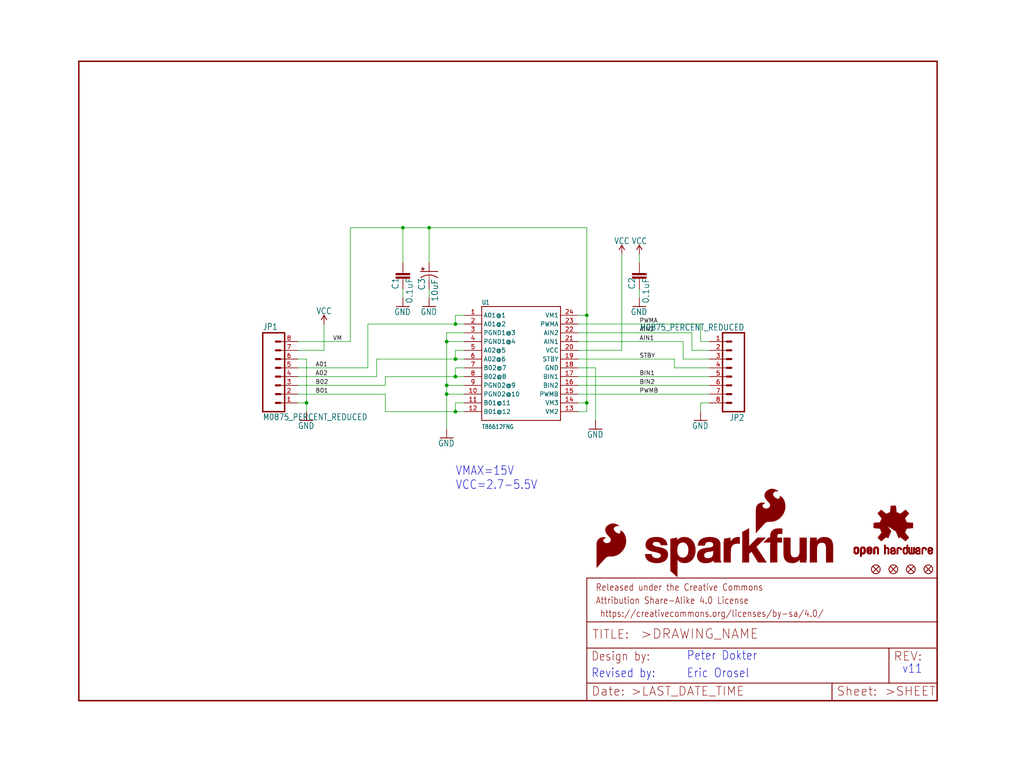
<source format=kicad_sch>
(kicad_sch (version 20211123) (generator eeschema)
  (paper "User" 297.002 223.926)
  (lib_symbols
    (symbol "schematicEagle-eagle-import:0.1UF-0402-16V-10%"
      (property "Reference" "C" (at 1.524 2.921 0))
      (property "Value" "0.1UF-0402-16V-10%" (at 1.524 -2.159 0))
      (symbol "0.1UF-0402-16V-10%_1_0"
        (pin passive line (at 0 5.08 270) (length 2.54) (name "1") (number "1"))
        (pin passive line (at 0 -2.54 90) (length 2.54) (name "2") (number "2"))
      )
    )
    (symbol "schematicEagle-eagle-import:10UF-POLAR-EIA3528-20V-10%(TANT)"
      (property "Reference" "C" (at 1.016 0.635 0))
      (property "Value" "10UF-POLAR-EIA3528-20V-10%(TANT)" (at 1.016 -4.191 0))
      (symbol "10UF-POLAR-EIA3528-20V-10%(TANT)_1_0"
        (pin passive line (at 0 2.54 270) (length 2.54) (name "+") (number "A"))
        (pin passive line (at 0 -5.08 90) (length 2.54) (name "-") (number "C"))
      )
    )
    (symbol "schematicEagle-eagle-import:FIDUCIALUFIDUCIAL")
    (symbol "schematicEagle-eagle-import:FRAME-LETTER"
      (symbol "FRAME-LETTER_2_0"
        (text " https://creativecommons.org/licenses/by-sa/4.0/" (at 2.54 24.13 0) (effects (font (size 1.9304 1.6408)) (justify left bottom)))
        (text ">DRAWING_NAME" (at 15.494 17.78 0) (effects (font (size 2.7432 2.7432)) (justify left bottom)))
        (text ">LAST_DATE_TIME" (at 12.7 1.27 0) (effects (font (size 2.54 2.54)) (justify left bottom)))
        (text ">SHEET" (at 86.36 1.27 0) (effects (font (size 2.54 2.54)) (justify left bottom)))
        (text "Attribution Share-Alike 4.0 License" (at 2.54 27.94 0) (effects (font (size 1.9304 1.6408)) (justify left bottom)))
        (text "Date:" (at 1.27 1.27 0) (effects (font (size 2.54 2.54)) (justify left bottom)))
        (text "Design by:" (at 1.27 11.43 0) (effects (font (size 2.54 2.159)) (justify left bottom)))
        (text "Released under the Creative Commons" (at 2.54 31.75 0) (effects (font (size 1.9304 1.6408)) (justify left bottom)))
        (text "REV:" (at 88.9 11.43 0) (effects (font (size 2.54 2.54)) (justify left bottom)))
        (text "Sheet:" (at 72.39 1.27 0) (effects (font (size 2.54 2.54)) (justify left bottom)))
        (text "TITLE:" (at 1.524 17.78 0) (effects (font (size 2.54 2.54)) (justify left bottom)))
      )
    )
    (symbol "schematicEagle-eagle-import:GND" (power)
      (property "Value" "GND" (at -2.54 -2.54 0))
      (symbol "GND_1_0"
        (pin power_in line (at 0 2.54 270) (length 2.54) (name "GND") (number "1"))
      )
    )
    (symbol "schematicEagle-eagle-import:M0875_PERCENT_REDUCED"
      (property "Reference" "JP" (at -5.08 13.462 0))
      (property "Value" "M0875_PERCENT_REDUCED" (at -5.08 -12.7 0))
      (symbol "M0875_PERCENT_REDUCED_1_0"
        (pin passive line (at 5.08 -7.62 180) (length 5.08) (name "1") (number "1"))
        (pin passive line (at 5.08 -5.08 180) (length 5.08) (name "2") (number "2"))
        (pin passive line (at 5.08 -2.54 180) (length 5.08) (name "3") (number "3"))
        (pin passive line (at 5.08 0 180) (length 5.08) (name "4") (number "4"))
        (pin passive line (at 5.08 2.54 180) (length 5.08) (name "5") (number "5"))
        (pin passive line (at 5.08 5.08 180) (length 5.08) (name "6") (number "6"))
        (pin passive line (at 5.08 7.62 180) (length 5.08) (name "7") (number "7"))
        (pin passive line (at 5.08 10.16 180) (length 5.08) (name "8") (number "8"))
      )
    )
    (symbol "schematicEagle-eagle-import:OSHW-LOGOS")
    (symbol "schematicEagle-eagle-import:SFE_LOGO_FLAME.1_INCH")
    (symbol "schematicEagle-eagle-import:SFE_LOGO_NAME_FLAME.1_INCH")
    (symbol "schematicEagle-eagle-import:TB6612FNG"
      (property "Value" "TB6612FNG" (at -12.7 -20.32 0))
      (symbol "TB6612FNG_1_0"
        (pin bidirectional line (at -17.78 12.7 0) (length 5.08) (name "A01@1") (number "1"))
        (pin bidirectional line (at -17.78 -10.16 0) (length 5.08) (name "PGND2@10") (number "10"))
        (pin bidirectional line (at -17.78 -12.7 0) (length 5.08) (name "B01@11") (number "11"))
        (pin bidirectional line (at -17.78 -15.24 0) (length 5.08) (name "B01@12") (number "12"))
        (pin bidirectional line (at 15.24 -15.24 180) (length 5.08) (name "VM2") (number "13"))
        (pin bidirectional line (at 15.24 -12.7 180) (length 5.08) (name "VM3") (number "14"))
        (pin bidirectional line (at 15.24 -10.16 180) (length 5.08) (name "PWMB") (number "15"))
        (pin bidirectional line (at 15.24 -7.62 180) (length 5.08) (name "BIN2") (number "16"))
        (pin bidirectional line (at 15.24 -5.08 180) (length 5.08) (name "BIN1") (number "17"))
        (pin bidirectional line (at 15.24 -2.54 180) (length 5.08) (name "GND") (number "18"))
        (pin bidirectional line (at 15.24 0 180) (length 5.08) (name "STBY") (number "19"))
        (pin bidirectional line (at -17.78 10.16 0) (length 5.08) (name "A01@2") (number "2"))
        (pin bidirectional line (at 15.24 2.54 180) (length 5.08) (name "VCC") (number "20"))
        (pin bidirectional line (at 15.24 5.08 180) (length 5.08) (name "AIN1") (number "21"))
        (pin bidirectional line (at 15.24 7.62 180) (length 5.08) (name "AIN2") (number "22"))
        (pin bidirectional line (at 15.24 10.16 180) (length 5.08) (name "PWMA") (number "23"))
        (pin bidirectional line (at 15.24 12.7 180) (length 5.08) (name "VM1") (number "24"))
        (pin bidirectional line (at -17.78 7.62 0) (length 5.08) (name "PGND1@3") (number "3"))
        (pin bidirectional line (at -17.78 5.08 0) (length 5.08) (name "PGND1@4") (number "4"))
        (pin bidirectional line (at -17.78 2.54 0) (length 5.08) (name "A02@5") (number "5"))
        (pin bidirectional line (at -17.78 0 0) (length 5.08) (name "A02@6") (number "6"))
        (pin bidirectional line (at -17.78 -2.54 0) (length 5.08) (name "B02@7") (number "7"))
        (pin bidirectional line (at -17.78 -5.08 0) (length 5.08) (name "B02@8") (number "8"))
        (pin bidirectional line (at -17.78 -7.62 0) (length 5.08) (name "PGND2@9") (number "9"))
      )
    )
    (symbol "schematicEagle-eagle-import:VCC" (power)
      (property "Value" "VCC" (at 0 2.794 0))
      (symbol "VCC_1_0"
        (pin power_in line (at 0 0 90) (length 2.54) (name "VCC") (number "1"))
      )
    )
  )
  (junction (at 116.84 66.04))
  (junction (at 132.08 109.22))
  (junction (at 88.9 116.84))
  (junction (at 132.08 119.38))
  (junction (at 124.46 66.04))
  (junction (at 129.54 114.3))
  (junction (at 129.54 111.76))
  (junction (at 170.18 91.44))
  (junction (at 132.08 93.98))
  (junction (at 132.08 104.14))
  (junction (at 170.18 116.84))
  (junction (at 129.54 99.06))
  (wire (pts (xy 134.62 116.84) (xy 132.08 116.84)))
  (wire (pts (xy 101.6 66.04) (xy 101.6 99.06)))
  (wire (pts (xy 116.84 86.36) (xy 116.84 83.82)))
  (wire (pts (xy 134.62 111.76) (xy 129.54 111.76)))
  (wire (pts (xy 167.64 116.84) (xy 170.18 116.84)))
  (wire (pts (xy 111.76 114.3) (xy 111.76 119.38)))
  (wire (pts (xy 167.64 114.3) (xy 205.74 114.3)))
  (wire (pts (xy 195.58 104.14) (xy 195.58 106.68)))
  (wire (pts (xy 167.64 104.14) (xy 195.58 104.14)))
  (wire (pts (xy 167.64 91.44) (xy 170.18 91.44)))
  (wire (pts (xy 170.18 116.84) (xy 170.18 91.44)))
  (wire (pts (xy 111.76 109.22) (xy 111.76 111.76)))
  (wire (pts (xy 106.68 93.98) (xy 106.68 106.68)))
  (wire (pts (xy 200.66 101.6) (xy 205.74 101.6)))
  (wire (pts (xy 86.36 114.3) (xy 111.76 114.3)))
  (wire (pts (xy 167.64 93.98) (xy 203.2 93.98)))
  (wire (pts (xy 86.36 104.14) (xy 88.9 104.14)))
  (wire (pts (xy 134.62 109.22) (xy 132.08 109.22)))
  (wire (pts (xy 203.2 116.84) (xy 203.2 119.38)))
  (wire (pts (xy 88.9 104.14) (xy 88.9 116.84)))
  (wire (pts (xy 134.62 101.6) (xy 132.08 101.6)))
  (wire (pts (xy 170.18 66.04) (xy 124.46 66.04)))
  (wire (pts (xy 129.54 111.76) (xy 129.54 114.3)))
  (wire (pts (xy 167.64 96.52) (xy 200.66 96.52)))
  (wire (pts (xy 132.08 104.14) (xy 109.22 104.14)))
  (wire (pts (xy 88.9 116.84) (xy 88.9 119.38)))
  (wire (pts (xy 134.62 104.14) (xy 132.08 104.14)))
  (wire (pts (xy 134.62 114.3) (xy 129.54 114.3)))
  (wire (pts (xy 132.08 101.6) (xy 132.08 104.14)))
  (wire (pts (xy 93.98 101.6) (xy 93.98 93.98)))
  (wire (pts (xy 116.84 66.04) (xy 101.6 66.04)))
  (wire (pts (xy 106.68 106.68) (xy 86.36 106.68)))
  (wire (pts (xy 129.54 96.52) (xy 129.54 99.06)))
  (wire (pts (xy 167.64 111.76) (xy 205.74 111.76)))
  (wire (pts (xy 134.62 99.06) (xy 129.54 99.06)))
  (wire (pts (xy 109.22 104.14) (xy 109.22 109.22)))
  (wire (pts (xy 205.74 116.84) (xy 203.2 116.84)))
  (wire (pts (xy 172.72 106.68) (xy 172.72 121.92)))
  (wire (pts (xy 170.18 91.44) (xy 170.18 66.04)))
  (wire (pts (xy 200.66 96.52) (xy 200.66 101.6)))
  (wire (pts (xy 134.62 93.98) (xy 132.08 93.98)))
  (wire (pts (xy 111.76 111.76) (xy 86.36 111.76)))
  (wire (pts (xy 185.42 86.36) (xy 185.42 83.82)))
  (wire (pts (xy 180.34 101.6) (xy 180.34 73.66)))
  (wire (pts (xy 132.08 91.44) (xy 132.08 93.98)))
  (wire (pts (xy 86.36 116.84) (xy 88.9 116.84)))
  (wire (pts (xy 116.84 76.2) (xy 116.84 66.04)))
  (wire (pts (xy 167.64 119.38) (xy 170.18 119.38)))
  (wire (pts (xy 86.36 99.06) (xy 101.6 99.06)))
  (wire (pts (xy 195.58 106.68) (xy 205.74 106.68)))
  (wire (pts (xy 134.62 96.52) (xy 129.54 96.52)))
  (wire (pts (xy 170.18 119.38) (xy 170.18 116.84)))
  (wire (pts (xy 129.54 114.3) (xy 129.54 124.46)))
  (wire (pts (xy 124.46 76.2) (xy 124.46 66.04)))
  (wire (pts (xy 132.08 109.22) (xy 111.76 109.22)))
  (wire (pts (xy 134.62 106.68) (xy 132.08 106.68)))
  (wire (pts (xy 124.46 66.04) (xy 116.84 66.04)))
  (wire (pts (xy 167.64 101.6) (xy 180.34 101.6)))
  (wire (pts (xy 129.54 99.06) (xy 129.54 111.76)))
  (wire (pts (xy 132.08 119.38) (xy 111.76 119.38)))
  (wire (pts (xy 86.36 101.6) (xy 93.98 101.6)))
  (wire (pts (xy 134.62 119.38) (xy 132.08 119.38)))
  (wire (pts (xy 198.12 99.06) (xy 198.12 104.14)))
  (wire (pts (xy 109.22 109.22) (xy 86.36 109.22)))
  (wire (pts (xy 167.64 109.22) (xy 205.74 109.22)))
  (wire (pts (xy 198.12 104.14) (xy 205.74 104.14)))
  (wire (pts (xy 132.08 93.98) (xy 106.68 93.98)))
  (wire (pts (xy 132.08 116.84) (xy 132.08 119.38)))
  (wire (pts (xy 132.08 106.68) (xy 132.08 109.22)))
  (wire (pts (xy 203.2 93.98) (xy 203.2 99.06)))
  (wire (pts (xy 134.62 91.44) (xy 132.08 91.44)))
  (wire (pts (xy 203.2 99.06) (xy 205.74 99.06)))
  (wire (pts (xy 124.46 83.82) (xy 124.46 86.36)))
  (wire (pts (xy 185.42 76.2) (xy 185.42 73.66)))
  (wire (pts (xy 167.64 106.68) (xy 172.72 106.68)))
  (wire (pts (xy 167.64 99.06) (xy 198.12 99.06)))
  (text "VMAX=15V\nVCC=2.7-5.5V" (at 132.08 142.24 180) (effects (font (size 2.54 2.159)) (justify left bottom)))
  (text "Eric Orosel" (at 199.136 196.85 180) (effects (font (size 2.54 2.159)) (justify left bottom)))
  (text "Revised by:" (at 171.45 196.85 180) (effects (font (size 2.54 2.159)) (justify left bottom)))
  (text "Peter Dokter" (at 199.136 191.77 180) (effects (font (size 2.54 2.159)) (justify left bottom)))
  (text "v11" (at 261.62 195.58 180) (effects (font (size 2.54 2.159)) (justify left bottom)))
  (label "AIN1" (at 185.42 99.06 0) (effects (font (size 1.2446 1.2446))))
  (label "PWMB" (at 185.42 114.3 0) (effects (font (size 1.2446 1.2446))))
  (label "B02" (at 91.44 111.76 0) (effects (font (size 1.2446 1.2446))))
  (label "STBY" (at 185.42 104.14 0) (effects (font (size 1.2446 1.2446))))
  (label "AIN2" (at 185.42 96.52 0) (effects (font (size 1.2446 1.2446))))
  (label "BIN1" (at 185.42 109.22 0) (effects (font (size 1.2446 1.2446))))
  (label "B01" (at 91.44 114.3 0) (effects (font (size 1.2446 1.2446))))
  (label "A01" (at 91.44 106.68 0) (effects (font (size 1.2446 1.2446))))
  (label "PWMA" (at 185.42 93.98 0) (effects (font (size 1.2446 1.2446))))
  (label "BIN2" (at 185.42 111.76 0) (effects (font (size 1.2446 1.2446))))
  (label "A02" (at 91.44 109.22 0) (effects (font (size 1.2446 1.2446))))
  (label "VM" (at 96.52 99.06 0) (effects (font (size 1.2446 1.2446))))
  (symbol (lib_id "schematicEagle-eagle-import:FIDUCIALUFIDUCIAL") (at 254 165.1 90) (unit 1)
    (property "Reference" "FD4" (effects hide))
    (property "Value" "FIDUCIALUFIDUCIAL" (effects hide))
    (property "Footprint" "schematicEagle:FIDUCIAL-MICRO" (effects hide))
  )
  (symbol (lib_id "schematicEagle-eagle-import:SFE_LOGO_NAME_FLAME.1_INCH") (at 186.436 167.64 0) (unit 1)
    (property "Reference" "LOGO4" (effects hide))
    (property "Value" "SFE_LOGO_NAME_FLAME.1_INCH" (effects hide))
    (property "Footprint" "schematicEagle:SFE_LOGO_NAME_FLAME_.1" (effects hide))
  )
  (symbol (lib_id "schematicEagle-eagle-import:OSHW-LOGOS") (at 259.08 152.4 0) (unit 1)
    (property "Reference" "LOGO2" (effects hide))
    (property "Value" "OSHW-LOGOS" (effects hide))
    (property "Footprint" "schematicEagle:OSHW-LOGO-S" (effects hide))
  )
  (symbol (lib_id "schematicEagle-eagle-import:FRAME-LETTER") (at 170.18 203.2 0) (unit 2)
    (property "Reference" "FRAME1" (effects hide))
    (property "Value" "FRAME-LETTER" (effects hide))
    (property "Footprint" "schematicEagle:CREATIVE_COMMONS" (effects hide))
  )
  (symbol (lib_id "schematicEagle-eagle-import:GND") (at 185.42 88.9 0) (unit 1)
    (property "Reference" "#GND3" (effects hide))
    (property "Value" "GND" (at 182.88 91.44 0) (effects (font (size 1.778 1.5113)) (justify left bottom)))
    (property "Footprint" "schematicEagle:" (effects hide))
  )
  (symbol (lib_id "schematicEagle-eagle-import:FIDUCIALUFIDUCIAL") (at 264.16 165.1 90) (unit 1)
    (property "Reference" "FD2" (effects hide))
    (property "Value" "FIDUCIALUFIDUCIAL" (effects hide))
    (property "Footprint" "schematicEagle:FIDUCIAL-MICRO" (effects hide))
  )
  (symbol (lib_id "schematicEagle-eagle-import:GND") (at 203.2 121.92 0) (unit 1)
    (property "Reference" "#GND7" (effects hide))
    (property "Value" "GND" (at 200.66 124.46 0) (effects (font (size 1.778 1.5113)) (justify left bottom)))
    (property "Footprint" "schematicEagle:" (effects hide))
  )
  (symbol (lib_id "schematicEagle-eagle-import:10UF-POLAR-EIA3528-20V-10%(TANT)") (at 124.46 78.74 0) (unit 1)
    (property "Reference" "C3" (at 123.317 84.328 90) (effects (font (size 1.778 1.778)) (justify left bottom)))
    (property "Value" "10uF" (at 127.127 87.63 90) (effects (font (size 1.778 1.778)) (justify left bottom)))
    (property "Footprint" "schematicEagle:EIA3528" (effects hide))
  )
  (symbol (lib_id "schematicEagle-eagle-import:FIDUCIALUFIDUCIAL") (at 259.08 165.1 90) (unit 1)
    (property "Reference" "FD3" (effects hide))
    (property "Value" "FIDUCIALUFIDUCIAL" (effects hide))
    (property "Footprint" "schematicEagle:FIDUCIAL-MICRO" (effects hide))
  )
  (symbol (lib_id "schematicEagle-eagle-import:0.1UF-0402-16V-10%") (at 185.42 81.28 0) (unit 1)
    (property "Reference" "C2" (at 184.277 84.074 90) (effects (font (size 1.778 1.778)) (justify left bottom)))
    (property "Value" "0.1uF" (at 188.341 88.138 90) (effects (font (size 1.778 1.778)) (justify left bottom)))
    (property "Footprint" "schematicEagle:0402" (effects hide))
  )
  (symbol (lib_id "schematicEagle-eagle-import:GND") (at 116.84 88.9 0) (unit 1)
    (property "Reference" "#GND2" (effects hide))
    (property "Value" "GND" (at 114.3 91.44 0) (effects (font (size 1.778 1.5113)) (justify left bottom)))
    (property "Footprint" "schematicEagle:" (effects hide))
  )
  (symbol (lib_id "schematicEagle-eagle-import:M0875_PERCENT_REDUCED") (at 210.82 106.68 180) (unit 1)
    (property "Reference" "JP2" (at 215.9 120.142 0) (effects (font (size 1.778 1.5113)) (justify left bottom)))
    (property "Value" "M0875_PERCENT_REDUCED" (at 215.9 93.98 0) (effects (font (size 1.778 1.5113)) (justify left bottom)))
    (property "Footprint" "schematicEagle:1X08_OFFSET_REDUCED" (effects hide))
  )
  (symbol (lib_id "schematicEagle-eagle-import:GND") (at 129.54 127 0) (unit 1)
    (property "Reference" "#GND1" (effects hide))
    (property "Value" "GND" (at 127 129.54 0) (effects (font (size 1.778 1.5113)) (justify left bottom)))
    (property "Footprint" "schematicEagle:" (effects hide))
  )
  (symbol (lib_id "schematicEagle-eagle-import:TB6612FNG") (at 152.4 104.14 0) (unit 1)
    (property "Reference" "U1" (at 139.7 88.392 0) (effects (font (size 1.27 1.0795)) (justify left bottom)))
    (property "Value" "TB6612FNG" (at 139.7 124.46 0) (effects (font (size 1.27 1.0795)) (justify left bottom)))
    (property "Footprint" "schematicEagle:SSOP24" (effects hide))
  )
  (symbol (lib_id "schematicEagle-eagle-import:GND") (at 124.46 88.9 0) (unit 1)
    (property "Reference" "#GND4" (effects hide))
    (property "Value" "GND" (at 121.92 91.44 0) (effects (font (size 1.778 1.5113)) (justify left bottom)))
    (property "Footprint" "schematicEagle:" (effects hide))
  )
  (symbol (lib_id "schematicEagle-eagle-import:GND") (at 88.9 121.92 0) (unit 1)
    (property "Reference" "#GND6" (effects hide))
    (property "Value" "GND" (at 86.36 124.46 0) (effects (font (size 1.778 1.5113)) (justify left bottom)))
    (property "Footprint" "schematicEagle:" (effects hide))
  )
  (symbol (lib_id "schematicEagle-eagle-import:SFE_LOGO_FLAME.1_INCH") (at 172.72 165.1 0) (unit 1)
    (property "Reference" "LOGO1" (effects hide))
    (property "Value" "SFE_LOGO_FLAME.1_INCH" (effects hide))
    (property "Footprint" "schematicEagle:SFE_LOGO_FLAME_.1" (effects hide))
  )
  (symbol (lib_id "schematicEagle-eagle-import:VCC") (at 185.42 73.66 0) (unit 1)
    (property "Reference" "#SUPPLY3" (effects hide))
    (property "Value" "VCC" (at 185.42 70.866 0) (effects (font (size 1.778 1.5113)) (justify bottom)))
    (property "Footprint" "schematicEagle:" (effects hide))
  )
  (symbol (lib_id "schematicEagle-eagle-import:GND") (at 172.72 124.46 0) (unit 1)
    (property "Reference" "#GND5" (effects hide))
    (property "Value" "GND" (at 170.18 127 0) (effects (font (size 1.778 1.5113)) (justify left bottom)))
    (property "Footprint" "schematicEagle:" (effects hide))
  )
  (symbol (lib_id "schematicEagle-eagle-import:M0875_PERCENT_REDUCED") (at 81.28 109.22 0) (unit 1)
    (property "Reference" "JP1" (at 76.2 95.758 0) (effects (font (size 1.778 1.5113)) (justify left bottom)))
    (property "Value" "M0875_PERCENT_REDUCED" (at 76.2 121.92 0) (effects (font (size 1.778 1.5113)) (justify left bottom)))
    (property "Footprint" "schematicEagle:1X08_OFFSET_REDUCED" (effects hide))
  )
  (symbol (lib_id "schematicEagle-eagle-import:0.1UF-0402-16V-10%") (at 116.84 81.28 0) (unit 1)
    (property "Reference" "C1" (at 115.697 84.074 90) (effects (font (size 1.778 1.778)) (justify left bottom)))
    (property "Value" "0.1uF" (at 119.761 88.138 90) (effects (font (size 1.778 1.778)) (justify left bottom)))
    (property "Footprint" "schematicEagle:0402" (effects hide))
  )
  (symbol (lib_id "schematicEagle-eagle-import:VCC") (at 93.98 93.98 0) (unit 1)
    (property "Reference" "#SUPPLY2" (effects hide))
    (property "Value" "VCC" (at 93.98 91.186 0) (effects (font (size 1.778 1.5113)) (justify bottom)))
    (property "Footprint" "schematicEagle:" (effects hide))
  )
  (symbol (lib_id "schematicEagle-eagle-import:FIDUCIALUFIDUCIAL") (at 269.24 165.1 90) (unit 1)
    (property "Reference" "FD1" (effects hide))
    (property "Value" "FIDUCIALUFIDUCIAL" (effects hide))
    (property "Footprint" "schematicEagle:FIDUCIAL-MICRO" (effects hide))
  )
  (symbol (lib_id "schematicEagle-eagle-import:FRAME-LETTER") (at 22.86 203.2 0) (unit 1)
    (property "Reference" "FRAME1" (effects hide))
    (property "Value" "FRAME-LETTER" (effects hide))
    (property "Footprint" "schematicEagle:CREATIVE_COMMONS" (effects hide))
  )
  (symbol (lib_id "schematicEagle-eagle-import:VCC") (at 180.34 73.66 0) (unit 1)
    (property "Reference" "#SUPPLY1" (effects hide))
    (property "Value" "VCC" (at 180.34 70.866 0) (effects (font (size 1.778 1.5113)) (justify bottom)))
    (property "Footprint" "schematicEagle:" (effects hide))
  )
)
</source>
